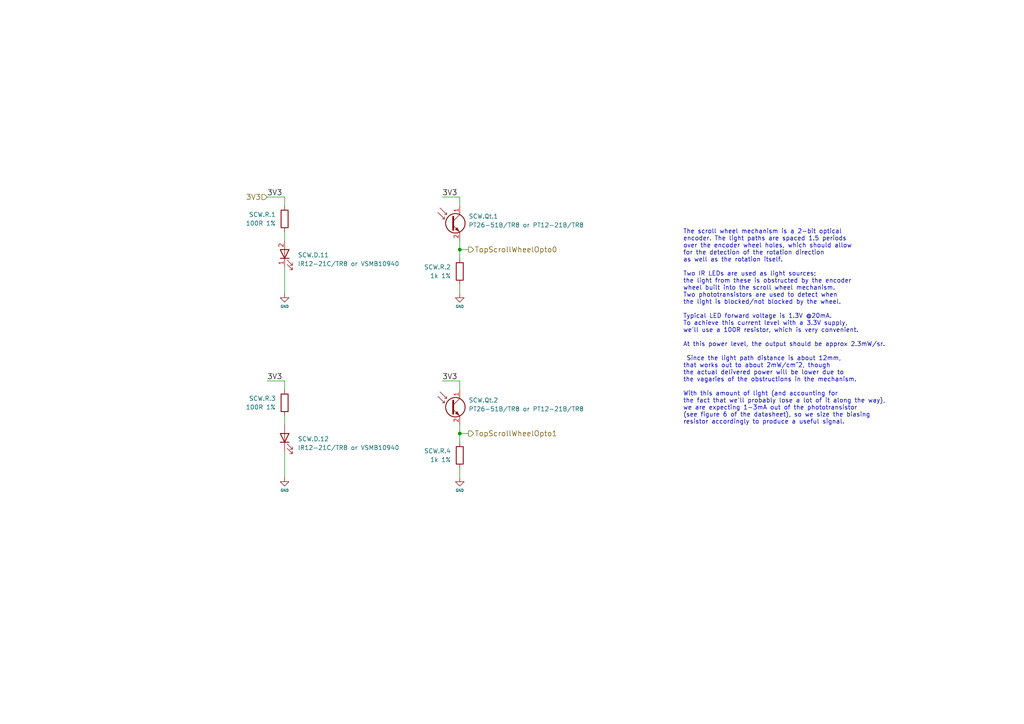
<source format=kicad_sch>
(kicad_sch (version 20211123) (generator eeschema)
  (paper "A4")
  (title_block (title "ScrollWheel-SchDoc") (date "17 01 2023") (rev "2.001") (comment 4 "Original: Copyright Ploopy Corporation 2021") (comment 5 "Modified: Copyright Riesi 2023") (comment 7 "Licensed under the CERN-OHL-S v2") (comment 8 "http://ohwr.org/cernohl"))
  (lib_symbols
    (symbol "Device:LED" (pin_numbers hide) (pin_names (offset 1.016) hide)
      (property "Reference" "D" (at 0 2.54 0))
      (property "Value" "LED" (at 0 -2.54 0))
      (symbol "LED_0_1"
        (polyline (pts (xy -1.27 -1.27) (xy -1.27 1.27)) (stroke (width 0.254)))
        (polyline (pts (xy -1.27 0) (xy 1.27 0)))
        (polyline (pts (xy 1.27 -1.27) (xy 1.27 1.27) (xy -1.27 0) (xy 1.27 -1.27)) (stroke (width 0.254)))
        (polyline (pts (xy -3.048 -0.762) (xy -4.572 -2.286) (xy -3.81 -2.286) (xy -4.572 -2.286) (xy -4.572 -1.524)))
        (polyline (pts (xy -1.778 -0.762) (xy -3.302 -2.286) (xy -2.54 -2.286) (xy -3.302 -2.286) (xy -3.302 -1.524)))
      )
      (symbol "LED_1_1"
        (pin passive line (at -3.81 0 0) (length 2.54) (name "K") (number "1"))
        (pin passive line (at 3.81 0 180) (length 2.54) (name "A") (number "2"))
      )
    )
    (symbol "Device:Q_Photo_NPN" (pin_names (offset 0) hide)
      (property "Reference" "Q" (at 5.08 1.27 0))
      (property "Value" "Q_Photo_NPN" (at 5.08 -1.27 0))
      (symbol "Q_Photo_NPN_0_1"
        (polyline (pts (xy -1.905 1.27) (xy -2.54 1.27)))
        (polyline (pts (xy -1.27 2.54) (xy -1.905 2.54)))
        (polyline (pts (xy 0.635 0.635) (xy 2.54 2.54)))
        (polyline (pts (xy -3.81 3.175) (xy -1.905 1.27) (xy -1.905 1.905)))
        (polyline (pts (xy -3.175 4.445) (xy -1.27 2.54) (xy -1.27 3.175)))
        (polyline (pts (xy 0.635 -0.635) (xy 2.54 -2.54) (xy 2.54 -2.54)))
        (polyline (pts (xy 0.635 1.905) (xy 0.635 -1.905) (xy 0.635 -1.905)) (stroke (width 0.508)))
        (polyline (pts (xy 1.27 -1.778) (xy 1.778 -1.27) (xy 2.286 -2.286) (xy 1.27 -1.778) (xy 1.27 -1.778)) (fill (type outline)))
        (circle (center 1.27 0) (radius 2.8194) (stroke (width 0.254)))
      )
      (symbol "Q_Photo_NPN_1_1"
        (pin passive line (at 2.54 5.08 270) (length 2.54) (name "C") (number "1"))
        (pin passive line (at 2.54 -5.08 90) (length 2.54) (name "E") (number "2"))
      )
    )
    (symbol "Device:R" (pin_numbers hide) (pin_names (offset 0))
      (property "Reference" "R" (at 2.032 0 90))
      (property "Value" "R" (at 0 0 90))
      (symbol "R_0_1"
        (rectangle (start -1.016 -2.54) (end 1.016 2.54) (stroke (width 0.254)))
      )
      (symbol "R_1_1"
        (pin passive line (at 0 3.81 270) (length 1.27) (name "~") (number "1"))
        (pin passive line (at 0 -3.81 90) (length 1.27) (name "~") (number "2"))
      )
    )
    (symbol "LED_1" (pin_names (offset 1.016) hide)
      (property "Reference" "D" (at 0 2.54 0))
      (property "Value" "LED_1" (at 0 -2.54 0))
      (symbol "LED_1_0_1"
        (polyline (pts (xy -1.27 -1.27) (xy -1.27 1.27)) (stroke (width 0.254)))
        (polyline (pts (xy -1.27 0) (xy 1.27 0)))
        (polyline (pts (xy 1.27 -1.27) (xy 1.27 1.27) (xy -1.27 0) (xy 1.27 -1.27)) (stroke (width 0.254)))
        (polyline (pts (xy -3.048 -0.762) (xy -4.572 -2.286) (xy -3.81 -2.286) (xy -4.572 -2.286) (xy -4.572 -1.524)))
        (polyline (pts (xy -1.778 -0.762) (xy -3.302 -2.286) (xy -2.54 -2.286) (xy -3.302 -2.286) (xy -3.302 -1.524)))
      )
      (symbol "LED_1_1_1"
        (pin passive line (at -3.81 0 0) (length 2.54) (name "K") (number "1"))
        (pin passive line (at 3.81 0 180) (length 2.54) (name "A") (number "2"))
      )
    )
    (symbol "power:GND" (power) (pin_names (offset 0))
      (property "Value" "GND" (at 0 -3.81 0))
      (symbol "GND_0_1"
        (polyline (pts (xy 0 0) (xy 0 -1.27) (xy 1.27 -1.27) (xy 0 -2.54) (xy -1.27 -1.27) (xy 0 -1.27)))
      )
      (symbol "GND_1_1"
        (pin power_in line (at 0 0 270) (length 0) hide (name "GND") (number "1"))
      )
    )
  )
  (junction (at 133.35 125.73))
  (junction (at 133.35 72.39))
  (wire (pts (xy 82.55 69.85) (xy 82.55 67.31)))
  (wire (pts (xy 82.55 120.65) (xy 82.55 123.19)))
  (wire (pts (xy 82.55 77.47) (xy 82.55 85.09)))
  (wire (pts (xy 82.55 59.69) (xy 82.55 57.15)))
  (wire (pts (xy 133.35 110.49) (xy 128.27 110.49)))
  (wire (pts (xy 135.89 125.73) (xy 133.35 125.73)))
  (wire (pts (xy 135.89 72.39) (xy 133.35 72.39)))
  (wire (pts (xy 133.35 82.55) (xy 133.35 85.09)))
  (wire (pts (xy 133.35 135.89) (xy 133.35 138.43)))
  (wire (pts (xy 133.35 59.69) (xy 133.35 57.15)))
  (wire (pts (xy 133.35 125.73) (xy 133.35 128.27)))
  (wire (pts (xy 133.35 57.15) (xy 128.27 57.15)))
  (wire (pts (xy 82.55 57.15) (xy 77.47 57.15)))
  (wire (pts (xy 133.35 72.39) (xy 133.35 74.93)))
  (wire (pts (xy 133.35 113.03) (xy 133.35 110.49)))
  (wire (pts (xy 133.35 125.73) (xy 133.35 123.19)))
  (wire (pts (xy 82.55 110.49) (xy 77.47 110.49)))
  (wire (pts (xy 133.35 72.39) (xy 133.35 69.85)))
  (wire (pts (xy 82.55 130.81) (xy 82.55 138.43)))
  (wire (pts (xy 82.55 113.03) (xy 82.55 110.49)))
  (text "The scroll wheel mechanism is a 2-bit optical \nencoder. The light paths are spaced 1.5 periods \nover the encoder wheel holes, which should allow \nfor the detection of the rotation direction \nas well as the rotation itself.    \n\nTwo IR LEDs are used as light sources; \nthe light from these is obstructed by the encoder \nwheel built into the scroll wheel mechanism. \nTwo phototransistors are used to detect when \nthe light is blocked/not blocked by the wheel.      \n\nTypical LED forward voltage is 1.3V @20mA. \nTo achieve this current level with a 3.3V supply, \nwe'll use a 100R resistor, which is very convenient.\n\nAt this power level, the output should be approx 2.3mW/sr.        \n\n Since the light path distance is about 12mm, \nthat works out to about 2mW/cm^2, though \nthe actual delivered power will be lower due to \nthe vagaries of the obstructions in the mechanism.    \n\nWith this amount of light (and accounting for \nthe fact that we'll probably lose a lot of it along the way), \nwe are expecting 1-3mA out of the phototransistor \n(see figure 6 of the datasheet), so we size the biasing \nresistor accordingly to produce a useful signal.        " (at 198.12 123.19 0) (effects (font (size 1.27 1.27)) (justify left bottom)))
  (label "3V3" (at 77.47 110.49 0) (effects (font (size 1.524 1.524))))
  (label "3V3" (at 128.27 57.15 0) (effects (font (size 1.524 1.524))))
  (label "3V3" (at 77.47 57.15 0) (effects (font (size 1.524 1.524))))
  (label "3V3" (at 128.27 110.49 0) (effects (font (size 1.524 1.524))))
  (hierarchical_label "TopScrollWheelOpto1" (shape output) (at 135.89 125.73 0) (effects (font (size 1.524 1.524))))
  (hierarchical_label "3V3" (shape input) (at 77.47 57.15 180) (effects (font (size 1.524 1.524))))
  (hierarchical_label "TopScrollWheelOpto0" (shape output) (at 135.89 72.39 0) (effects (font (size 1.524 1.524))))
  (symbol (lib_id "power:GND") (at 133.35 138.43 0) (unit 1)
    (property "Reference" "#GND_059" (effects hide))
    (property "Value" "GND" (at 133.35 142.24 0) (effects (font (size 0.762 0.762))))
  )
  (symbol (lib_id "power:GND") (at 133.35 85.09 0) (unit 1)
    (property "Reference" "#GND_058" (effects hide))
    (property "Value" "GND" (at 133.35 88.9 0) (effects (font (size 0.762 0.762))))
  )
  (symbol (lib_id "power:GND") (at 82.55 138.43 0) (unit 1)
    (property "Reference" "#GND_057" (effects hide))
    (property "Value" "GND" (at 82.55 142.24 0) (effects (font (size 0.762 0.762))))
  )
  (symbol (lib_id "power:GND") (at 82.55 85.09 0) (unit 1)
    (property "Reference" "#GND_056" (effects hide))
    (property "Value" "GND" (at 82.55 88.9 0) (effects (font (size 0.762 0.762))))
  )
  (symbol (lib_id "Device:R") (at 82.55 116.84 0) (mirror x) (unit 1)
    (property "Reference" "SCW.R.3" (at 80.01 115.5699 0) (effects (justify right)))
    (property "Value" "100R 1%" (at 80.01 118.1099 0) (effects (justify right)))
    (property "Footprint" "Chip_Passives.PcbLib:0805" (effects hide))
  )
  (symbol (lib_id "Device:LED") (at 82.55 127 90) (unit 1)
    (property "Reference" "SCW.D.12" (at 86.36 127.3174 90) (effects (justify right)))
    (property "Value" "IR12-21C/TR8 or VSMB10940 " (at 86.36 129.8574 90) (effects (justify right)))
    (property "Footprint" "LEDs.PcbLib:IR12-21C-TR8" (effects hide))
  )
  (symbol (lib_id "Device:Q_Photo_NPN") (at 130.81 118.11 0) (unit 1)
    (property "Reference" "SCW.Qt.2" (at 135.89 116.0906 0) (effects (justify left)))
    (property "Value" "PT26-51B/TR8 or PT12-21B/TR8" (at 135.89 118.6306 0) (effects (justify left)))
    (property "Footprint" "OptoElectronics.PcbLib:PT26-51B-TR8" (effects hide))
  )
  (symbol (lib_id "Device:R") (at 82.55 63.5 0) (mirror x) (unit 1)
    (property "Reference" "SCW.R.1" (at 80.01 62.2299 0) (effects (justify right)))
    (property "Value" "100R 1%" (at 80.01 64.7699 0) (effects (justify right)))
    (property "Footprint" "Chip_Passives.PcbLib:0805" (effects hide))
  )
  (symbol (lib_name "LED_1") (lib_id "Device:LED") (at 82.55 73.66 90) (unit 1)
    (property "Reference" "SCW.D.11" (at 86.36 73.9774 90) (effects (justify right)))
    (property "Value" "IR12-21C/TR8 or VSMB10940 " (at 86.36 76.5174 90) (effects (justify right)))
    (property "Footprint" "LEDs.PcbLib:IR12-21C-TR8" (effects hide))
  )
  (symbol (lib_id "Device:R") (at 133.35 132.08 0) (mirror x) (unit 1)
    (property "Reference" "SCW.R.4" (at 130.81 130.8099 0) (effects (justify right)))
    (property "Value" "1k 1%" (at 130.81 133.3499 0) (effects (justify right)))
    (property "Footprint" "Chip_Passives.PcbLib:0805" (effects hide))
  )
  (symbol (lib_id "Device:R") (at 133.35 78.74 0) (mirror x) (unit 1)
    (property "Reference" "SCW.R.2" (at 130.81 77.4699 0) (effects (justify right)))
    (property "Value" "1k 1%" (at 130.81 80.0099 0) (effects (justify right)))
    (property "Footprint" "Chip_Passives.PcbLib:0805" (effects hide))
  )
  (symbol (lib_id "Device:Q_Photo_NPN") (at 130.81 64.77 0) (unit 1)
    (property "Reference" "SCW.Qt.1" (at 135.89 62.7506 0) (effects (justify left)))
    (property "Value" "PT26-51B/TR8 or PT12-21B/TR8" (at 135.89 65.2906 0) (effects (justify left)))
    (property "Footprint" "OptoElectronics.PcbLib:PT26-51B-TR8" (effects hide))
  )
)
</source>
